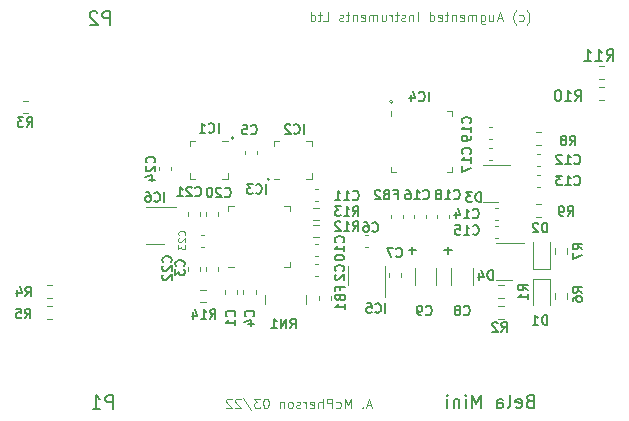
<source format=gbr>
%TF.GenerationSoftware,KiCad,Pcbnew,(6.0.0-rc1-458-g78ff9a857a)*%
%TF.CreationDate,2022-03-27T00:09:45+00:00*%
%TF.ProjectId,belamini_cape_C1,62656c61-6d69-46e6-995f-636170655f43,rev?*%
%TF.SameCoordinates,Original*%
%TF.FileFunction,Legend,Bot*%
%TF.FilePolarity,Positive*%
%FSLAX46Y46*%
G04 Gerber Fmt 4.6, Leading zero omitted, Abs format (unit mm)*
G04 Created by KiCad (PCBNEW (6.0.0-rc1-458-g78ff9a857a)) date 2022-03-27 00:09:45*
%MOMM*%
%LPD*%
G01*
G04 APERTURE LIST*
%ADD10C,0.120000*%
%ADD11C,0.152400*%
%ADD12C,0.150000*%
%ADD13C,0.200000*%
%ADD14C,0.100000*%
G04 APERTURE END LIST*
D10*
X141661803Y-98950000D02*
G75*
G03*
X141661803Y-98950000I-111803J0D01*
G01*
X144700000Y-102450000D02*
G75*
G03*
X144700000Y-102450000I-100000J0D01*
G01*
X155141421Y-95900000D02*
G75*
G03*
X155141421Y-95900000I-141421J0D01*
G01*
X166478000Y-89369300D02*
X166516100Y-89331200D01*
X166592300Y-89216900D01*
X166630400Y-89140700D01*
X166668500Y-89026400D01*
X166706600Y-88835900D01*
X166706600Y-88683500D01*
X166668500Y-88493000D01*
X166630400Y-88378700D01*
X166592300Y-88302500D01*
X166516100Y-88188200D01*
X166478000Y-88150100D01*
X165830300Y-89026400D02*
X165906500Y-89064500D01*
X166058900Y-89064500D01*
X166135100Y-89026400D01*
X166173200Y-88988300D01*
X166211300Y-88912100D01*
X166211300Y-88683500D01*
X166173200Y-88607300D01*
X166135100Y-88569200D01*
X166058900Y-88531100D01*
X165906500Y-88531100D01*
X165830300Y-88569200D01*
X165563600Y-89369300D02*
X165525500Y-89331200D01*
X165449300Y-89216900D01*
X165411200Y-89140700D01*
X165373100Y-89026400D01*
X165335000Y-88835900D01*
X165335000Y-88683500D01*
X165373100Y-88493000D01*
X165411200Y-88378700D01*
X165449300Y-88302500D01*
X165525500Y-88188200D01*
X165563600Y-88150100D01*
X164382500Y-88835900D02*
X164001500Y-88835900D01*
X164458700Y-89064500D02*
X164192000Y-88264400D01*
X163925300Y-89064500D01*
X163315700Y-88531100D02*
X163315700Y-89064500D01*
X163658600Y-88531100D02*
X163658600Y-88950200D01*
X163620500Y-89026400D01*
X163544300Y-89064500D01*
X163430000Y-89064500D01*
X163353800Y-89026400D01*
X163315700Y-88988300D01*
X162591800Y-88531100D02*
X162591800Y-89178800D01*
X162629900Y-89255000D01*
X162668000Y-89293100D01*
X162744200Y-89331200D01*
X162858500Y-89331200D01*
X162934700Y-89293100D01*
X162591800Y-89026400D02*
X162668000Y-89064500D01*
X162820400Y-89064500D01*
X162896600Y-89026400D01*
X162934700Y-88988300D01*
X162972800Y-88912100D01*
X162972800Y-88683500D01*
X162934700Y-88607300D01*
X162896600Y-88569200D01*
X162820400Y-88531100D01*
X162668000Y-88531100D01*
X162591800Y-88569200D01*
X162210800Y-89064500D02*
X162210800Y-88531100D01*
X162210800Y-88607300D02*
X162172700Y-88569200D01*
X162096500Y-88531100D01*
X161982200Y-88531100D01*
X161906000Y-88569200D01*
X161867900Y-88645400D01*
X161867900Y-89064500D01*
X161867900Y-88645400D02*
X161829800Y-88569200D01*
X161753600Y-88531100D01*
X161639300Y-88531100D01*
X161563100Y-88569200D01*
X161525000Y-88645400D01*
X161525000Y-89064500D01*
X160839200Y-89026400D02*
X160915400Y-89064500D01*
X161067800Y-89064500D01*
X161144000Y-89026400D01*
X161182100Y-88950200D01*
X161182100Y-88645400D01*
X161144000Y-88569200D01*
X161067800Y-88531100D01*
X160915400Y-88531100D01*
X160839200Y-88569200D01*
X160801100Y-88645400D01*
X160801100Y-88721600D01*
X161182100Y-88797800D01*
X160458200Y-88531100D02*
X160458200Y-89064500D01*
X160458200Y-88607300D02*
X160420100Y-88569200D01*
X160343900Y-88531100D01*
X160229600Y-88531100D01*
X160153400Y-88569200D01*
X160115300Y-88645400D01*
X160115300Y-89064500D01*
X159848600Y-88531100D02*
X159543800Y-88531100D01*
X159734300Y-88264400D02*
X159734300Y-88950200D01*
X159696200Y-89026400D01*
X159620000Y-89064500D01*
X159543800Y-89064500D01*
X158972300Y-89026400D02*
X159048500Y-89064500D01*
X159200900Y-89064500D01*
X159277100Y-89026400D01*
X159315200Y-88950200D01*
X159315200Y-88645400D01*
X159277100Y-88569200D01*
X159200900Y-88531100D01*
X159048500Y-88531100D01*
X158972300Y-88569200D01*
X158934200Y-88645400D01*
X158934200Y-88721600D01*
X159315200Y-88797800D01*
X158248400Y-89064500D02*
X158248400Y-88264400D01*
X158248400Y-89026400D02*
X158324600Y-89064500D01*
X158477000Y-89064500D01*
X158553200Y-89026400D01*
X158591300Y-88988300D01*
X158629400Y-88912100D01*
X158629400Y-88683500D01*
X158591300Y-88607300D01*
X158553200Y-88569200D01*
X158477000Y-88531100D01*
X158324600Y-88531100D01*
X158248400Y-88569200D01*
X157257800Y-89064500D02*
X157257800Y-88264400D01*
X156876800Y-88531100D02*
X156876800Y-89064500D01*
X156876800Y-88607300D02*
X156838700Y-88569200D01*
X156762500Y-88531100D01*
X156648200Y-88531100D01*
X156572000Y-88569200D01*
X156533900Y-88645400D01*
X156533900Y-89064500D01*
X156191000Y-89026400D02*
X156114800Y-89064500D01*
X155962400Y-89064500D01*
X155886200Y-89026400D01*
X155848100Y-88950200D01*
X155848100Y-88912100D01*
X155886200Y-88835900D01*
X155962400Y-88797800D01*
X156076700Y-88797800D01*
X156152900Y-88759700D01*
X156191000Y-88683500D01*
X156191000Y-88645400D01*
X156152900Y-88569200D01*
X156076700Y-88531100D01*
X155962400Y-88531100D01*
X155886200Y-88569200D01*
X155619500Y-88531100D02*
X155314700Y-88531100D01*
X155505200Y-88264400D02*
X155505200Y-88950200D01*
X155467100Y-89026400D01*
X155390900Y-89064500D01*
X155314700Y-89064500D01*
X155048000Y-89064500D02*
X155048000Y-88531100D01*
X155048000Y-88683500D02*
X155009900Y-88607300D01*
X154971800Y-88569200D01*
X154895600Y-88531100D01*
X154819400Y-88531100D01*
X154209800Y-88531100D02*
X154209800Y-89064500D01*
X154552700Y-88531100D02*
X154552700Y-88950200D01*
X154514600Y-89026400D01*
X154438400Y-89064500D01*
X154324100Y-89064500D01*
X154247900Y-89026400D01*
X154209800Y-88988300D01*
X153828800Y-89064500D02*
X153828800Y-88531100D01*
X153828800Y-88607300D02*
X153790700Y-88569200D01*
X153714500Y-88531100D01*
X153600200Y-88531100D01*
X153524000Y-88569200D01*
X153485900Y-88645400D01*
X153485900Y-89064500D01*
X153485900Y-88645400D02*
X153447800Y-88569200D01*
X153371600Y-88531100D01*
X153257300Y-88531100D01*
X153181100Y-88569200D01*
X153143000Y-88645400D01*
X153143000Y-89064500D01*
X152457200Y-89026400D02*
X152533400Y-89064500D01*
X152685800Y-89064500D01*
X152762000Y-89026400D01*
X152800100Y-88950200D01*
X152800100Y-88645400D01*
X152762000Y-88569200D01*
X152685800Y-88531100D01*
X152533400Y-88531100D01*
X152457200Y-88569200D01*
X152419100Y-88645400D01*
X152419100Y-88721600D01*
X152800100Y-88797800D01*
X152076200Y-88531100D02*
X152076200Y-89064500D01*
X152076200Y-88607300D02*
X152038100Y-88569200D01*
X151961900Y-88531100D01*
X151847600Y-88531100D01*
X151771400Y-88569200D01*
X151733300Y-88645400D01*
X151733300Y-89064500D01*
X151466600Y-88531100D02*
X151161800Y-88531100D01*
X151352300Y-88264400D02*
X151352300Y-88950200D01*
X151314200Y-89026400D01*
X151238000Y-89064500D01*
X151161800Y-89064500D01*
X150933200Y-89026400D02*
X150857000Y-89064500D01*
X150704600Y-89064500D01*
X150628400Y-89026400D01*
X150590300Y-88950200D01*
X150590300Y-88912100D01*
X150628400Y-88835900D01*
X150704600Y-88797800D01*
X150818900Y-88797800D01*
X150895100Y-88759700D01*
X150933200Y-88683500D01*
X150933200Y-88645400D01*
X150895100Y-88569200D01*
X150818900Y-88531100D01*
X150704600Y-88531100D01*
X150628400Y-88569200D01*
X149256800Y-89064500D02*
X149637800Y-89064500D01*
X149637800Y-88264400D01*
X149104400Y-88531100D02*
X148799600Y-88531100D01*
X148990100Y-88264400D02*
X148990100Y-88950200D01*
X148952000Y-89026400D01*
X148875800Y-89064500D01*
X148799600Y-89064500D01*
X148190000Y-89064500D02*
X148190000Y-88264400D01*
X148190000Y-89026400D02*
X148266200Y-89064500D01*
X148418600Y-89064500D01*
X148494800Y-89026400D01*
X148532900Y-88988300D01*
X148571000Y-88912100D01*
X148571000Y-88683500D01*
X148532900Y-88607300D01*
X148494800Y-88569200D01*
X148418600Y-88531100D01*
X148266200Y-88531100D01*
X148190000Y-88569200D01*
D11*
X131430944Y-121878880D02*
X131430944Y-120761280D01*
X131005192Y-120761280D01*
X130898754Y-120814500D01*
X130845535Y-120867719D01*
X130792316Y-120974157D01*
X130792316Y-121133814D01*
X130845535Y-121240252D01*
X130898754Y-121293471D01*
X131005192Y-121346690D01*
X131430944Y-121346690D01*
X129727935Y-121878880D02*
X130366563Y-121878880D01*
X130047249Y-121878880D02*
X130047249Y-120761280D01*
X130153687Y-120920938D01*
X130260125Y-121027376D01*
X130366563Y-121080595D01*
D10*
X153300159Y-121594044D02*
X152919159Y-121594044D01*
X153376359Y-121822644D02*
X153109659Y-121022544D01*
X152842959Y-121822644D01*
X152576259Y-121746444D02*
X152538159Y-121784544D01*
X152576259Y-121822644D01*
X152614359Y-121784544D01*
X152576259Y-121746444D01*
X152576259Y-121822644D01*
X151585659Y-121822644D02*
X151585659Y-121022544D01*
X151318959Y-121594044D01*
X151052259Y-121022544D01*
X151052259Y-121822644D01*
X150328359Y-121784544D02*
X150404559Y-121822644D01*
X150556959Y-121822644D01*
X150633159Y-121784544D01*
X150671259Y-121746444D01*
X150709359Y-121670244D01*
X150709359Y-121441644D01*
X150671259Y-121365444D01*
X150633159Y-121327344D01*
X150556959Y-121289244D01*
X150404559Y-121289244D01*
X150328359Y-121327344D01*
X149985459Y-121822644D02*
X149985459Y-121022544D01*
X149680659Y-121022544D01*
X149604459Y-121060644D01*
X149566359Y-121098744D01*
X149528259Y-121174944D01*
X149528259Y-121289244D01*
X149566359Y-121365444D01*
X149604459Y-121403544D01*
X149680659Y-121441644D01*
X149985459Y-121441644D01*
X149185359Y-121822644D02*
X149185359Y-121022544D01*
X148842459Y-121822644D02*
X148842459Y-121403544D01*
X148880559Y-121327344D01*
X148956759Y-121289244D01*
X149071059Y-121289244D01*
X149147259Y-121327344D01*
X149185359Y-121365444D01*
X148156659Y-121784544D02*
X148232859Y-121822644D01*
X148385259Y-121822644D01*
X148461459Y-121784544D01*
X148499559Y-121708344D01*
X148499559Y-121403544D01*
X148461459Y-121327344D01*
X148385259Y-121289244D01*
X148232859Y-121289244D01*
X148156659Y-121327344D01*
X148118559Y-121403544D01*
X148118559Y-121479744D01*
X148499559Y-121555944D01*
X147775659Y-121822644D02*
X147775659Y-121289244D01*
X147775659Y-121441644D02*
X147737559Y-121365444D01*
X147699459Y-121327344D01*
X147623259Y-121289244D01*
X147547059Y-121289244D01*
X147318459Y-121784544D02*
X147242259Y-121822644D01*
X147089859Y-121822644D01*
X147013659Y-121784544D01*
X146975559Y-121708344D01*
X146975559Y-121670244D01*
X147013659Y-121594044D01*
X147089859Y-121555944D01*
X147204159Y-121555944D01*
X147280359Y-121517844D01*
X147318459Y-121441644D01*
X147318459Y-121403544D01*
X147280359Y-121327344D01*
X147204159Y-121289244D01*
X147089859Y-121289244D01*
X147013659Y-121327344D01*
X146518359Y-121822644D02*
X146594559Y-121784544D01*
X146632659Y-121746444D01*
X146670759Y-121670244D01*
X146670759Y-121441644D01*
X146632659Y-121365444D01*
X146594559Y-121327344D01*
X146518359Y-121289244D01*
X146404059Y-121289244D01*
X146327859Y-121327344D01*
X146289759Y-121365444D01*
X146251659Y-121441644D01*
X146251659Y-121670244D01*
X146289759Y-121746444D01*
X146327859Y-121784544D01*
X146404059Y-121822644D01*
X146518359Y-121822644D01*
X145908759Y-121289244D02*
X145908759Y-121822644D01*
X145908759Y-121365444D02*
X145870659Y-121327344D01*
X145794459Y-121289244D01*
X145680159Y-121289244D01*
X145603959Y-121327344D01*
X145565859Y-121403544D01*
X145565859Y-121822644D01*
X144422859Y-121022544D02*
X144346659Y-121022544D01*
X144270459Y-121060644D01*
X144232359Y-121098744D01*
X144194259Y-121174944D01*
X144156159Y-121327344D01*
X144156159Y-121517844D01*
X144194259Y-121670244D01*
X144232359Y-121746444D01*
X144270459Y-121784544D01*
X144346659Y-121822644D01*
X144422859Y-121822644D01*
X144499059Y-121784544D01*
X144537159Y-121746444D01*
X144575259Y-121670244D01*
X144613359Y-121517844D01*
X144613359Y-121327344D01*
X144575259Y-121174944D01*
X144537159Y-121098744D01*
X144499059Y-121060644D01*
X144422859Y-121022544D01*
X143889459Y-121022544D02*
X143394159Y-121022544D01*
X143660859Y-121327344D01*
X143546559Y-121327344D01*
X143470359Y-121365444D01*
X143432259Y-121403544D01*
X143394159Y-121479744D01*
X143394159Y-121670244D01*
X143432259Y-121746444D01*
X143470359Y-121784544D01*
X143546559Y-121822644D01*
X143775159Y-121822644D01*
X143851359Y-121784544D01*
X143889459Y-121746444D01*
X142479759Y-120984444D02*
X143165559Y-122013144D01*
X142251159Y-121098744D02*
X142213059Y-121060644D01*
X142136859Y-121022544D01*
X141946359Y-121022544D01*
X141870159Y-121060644D01*
X141832059Y-121098744D01*
X141793959Y-121174944D01*
X141793959Y-121251144D01*
X141832059Y-121365444D01*
X142289259Y-121822644D01*
X141793959Y-121822644D01*
X141489159Y-121098744D02*
X141451059Y-121060644D01*
X141374859Y-121022544D01*
X141184359Y-121022544D01*
X141108159Y-121060644D01*
X141070059Y-121098744D01*
X141031959Y-121174944D01*
X141031959Y-121251144D01*
X141070059Y-121365444D01*
X141527259Y-121822644D01*
X141031959Y-121822644D01*
D12*
X156495238Y-108457142D02*
X157104761Y-108457142D01*
X156800000Y-108761904D02*
X156800000Y-108152380D01*
D11*
X131176944Y-89366880D02*
X131176944Y-88249280D01*
X130751192Y-88249280D01*
X130644754Y-88302500D01*
X130591535Y-88355719D01*
X130538316Y-88462157D01*
X130538316Y-88621814D01*
X130591535Y-88728252D01*
X130644754Y-88781471D01*
X130751192Y-88834690D01*
X131176944Y-88834690D01*
X130112563Y-88355719D02*
X130059344Y-88302500D01*
X129952906Y-88249280D01*
X129686811Y-88249280D01*
X129580373Y-88302500D01*
X129527154Y-88355719D01*
X129473935Y-88462157D01*
X129473935Y-88568595D01*
X129527154Y-88728252D01*
X130165782Y-89366880D01*
X129473935Y-89366880D01*
D12*
X159495238Y-108457142D02*
X160104761Y-108457142D01*
X159800000Y-108761904D02*
X159800000Y-108152380D01*
D13*
X166731930Y-121222115D02*
X166572273Y-121275334D01*
X166519054Y-121328553D01*
X166465835Y-121434991D01*
X166465835Y-121594648D01*
X166519054Y-121701086D01*
X166572273Y-121754305D01*
X166678711Y-121807524D01*
X167104463Y-121807524D01*
X167104463Y-120689924D01*
X166731930Y-120689924D01*
X166625492Y-120743144D01*
X166572273Y-120796363D01*
X166519054Y-120902801D01*
X166519054Y-121009239D01*
X166572273Y-121115677D01*
X166625492Y-121168896D01*
X166731930Y-121222115D01*
X167104463Y-121222115D01*
X165561111Y-121754305D02*
X165667549Y-121807524D01*
X165880425Y-121807524D01*
X165986863Y-121754305D01*
X166040082Y-121647867D01*
X166040082Y-121222115D01*
X165986863Y-121115677D01*
X165880425Y-121062458D01*
X165667549Y-121062458D01*
X165561111Y-121115677D01*
X165507892Y-121222115D01*
X165507892Y-121328553D01*
X166040082Y-121434991D01*
X164869263Y-121807524D02*
X164975701Y-121754305D01*
X165028920Y-121647867D01*
X165028920Y-120689924D01*
X163964539Y-121807524D02*
X163964539Y-121222115D01*
X164017759Y-121115677D01*
X164124197Y-121062458D01*
X164337073Y-121062458D01*
X164443511Y-121115677D01*
X163964539Y-121754305D02*
X164070978Y-121807524D01*
X164337073Y-121807524D01*
X164443511Y-121754305D01*
X164496730Y-121647867D01*
X164496730Y-121541429D01*
X164443511Y-121434991D01*
X164337073Y-121381772D01*
X164070978Y-121381772D01*
X163964539Y-121328553D01*
X162580844Y-121807524D02*
X162580844Y-120689924D01*
X162208311Y-121488210D01*
X161835778Y-120689924D01*
X161835778Y-121807524D01*
X161303587Y-121807524D02*
X161303587Y-121062458D01*
X161303587Y-120689924D02*
X161356806Y-120743144D01*
X161303587Y-120796363D01*
X161250368Y-120743144D01*
X161303587Y-120689924D01*
X161303587Y-120796363D01*
X160771397Y-121062458D02*
X160771397Y-121807524D01*
X160771397Y-121168896D02*
X160718178Y-121115677D01*
X160611739Y-121062458D01*
X160452082Y-121062458D01*
X160345644Y-121115677D01*
X160292425Y-121222115D01*
X160292425Y-121807524D01*
X159760235Y-121807524D02*
X159760235Y-121062458D01*
X159760235Y-120689924D02*
X159813454Y-120743144D01*
X159760235Y-120796363D01*
X159707016Y-120743144D01*
X159760235Y-120689924D01*
X159760235Y-120796363D01*
D12*
%TO.C,R9*%
X169933333Y-105561904D02*
X170200000Y-105180952D01*
X170390476Y-105561904D02*
X170390476Y-104761904D01*
X170085714Y-104761904D01*
X170009523Y-104800000D01*
X169971428Y-104838095D01*
X169933333Y-104914285D01*
X169933333Y-105028571D01*
X169971428Y-105104761D01*
X170009523Y-105142857D01*
X170085714Y-105180952D01*
X170390476Y-105180952D01*
X169552380Y-105561904D02*
X169400000Y-105561904D01*
X169323809Y-105523809D01*
X169285714Y-105485714D01*
X169209523Y-105371428D01*
X169171428Y-105219047D01*
X169171428Y-104914285D01*
X169209523Y-104838095D01*
X169247619Y-104800000D01*
X169323809Y-104761904D01*
X169476190Y-104761904D01*
X169552380Y-104800000D01*
X169590476Y-104838095D01*
X169628571Y-104914285D01*
X169628571Y-105104761D01*
X169590476Y-105180952D01*
X169552380Y-105219047D01*
X169476190Y-105257142D01*
X169323809Y-105257142D01*
X169247619Y-105219047D01*
X169209523Y-105180952D01*
X169171428Y-105104761D01*
%TO.C,D4*%
X163590476Y-110961904D02*
X163590476Y-110161904D01*
X163400000Y-110161904D01*
X163285714Y-110200000D01*
X163209523Y-110276190D01*
X163171428Y-110352380D01*
X163133333Y-110504761D01*
X163133333Y-110619047D01*
X163171428Y-110771428D01*
X163209523Y-110847619D01*
X163285714Y-110923809D01*
X163400000Y-110961904D01*
X163590476Y-110961904D01*
X162447619Y-110428571D02*
X162447619Y-110961904D01*
X162638095Y-110123809D02*
X162828571Y-110695238D01*
X162333333Y-110695238D01*
%TO.C,IC3*%
X144380952Y-103661904D02*
X144380952Y-102861904D01*
X143542857Y-103585714D02*
X143580952Y-103623809D01*
X143695238Y-103661904D01*
X143771428Y-103661904D01*
X143885714Y-103623809D01*
X143961904Y-103547619D01*
X144000000Y-103471428D01*
X144038095Y-103319047D01*
X144038095Y-103204761D01*
X144000000Y-103052380D01*
X143961904Y-102976190D01*
X143885714Y-102900000D01*
X143771428Y-102861904D01*
X143695238Y-102861904D01*
X143580952Y-102900000D01*
X143542857Y-102938095D01*
X143276190Y-102861904D02*
X142780952Y-102861904D01*
X143047619Y-103166666D01*
X142933333Y-103166666D01*
X142857142Y-103204761D01*
X142819047Y-103242857D01*
X142780952Y-103319047D01*
X142780952Y-103509523D01*
X142819047Y-103585714D01*
X142857142Y-103623809D01*
X142933333Y-103661904D01*
X143161904Y-103661904D01*
X143238095Y-103623809D01*
X143276190Y-103585714D01*
%TO.C,C19*%
X161685714Y-97685714D02*
X161723809Y-97647619D01*
X161761904Y-97533333D01*
X161761904Y-97457142D01*
X161723809Y-97342857D01*
X161647619Y-97266666D01*
X161571428Y-97228571D01*
X161419047Y-97190476D01*
X161304761Y-97190476D01*
X161152380Y-97228571D01*
X161076190Y-97266666D01*
X161000000Y-97342857D01*
X160961904Y-97457142D01*
X160961904Y-97533333D01*
X161000000Y-97647619D01*
X161038095Y-97685714D01*
X161761904Y-98447619D02*
X161761904Y-97990476D01*
X161761904Y-98219047D02*
X160961904Y-98219047D01*
X161076190Y-98142857D01*
X161152380Y-98066666D01*
X161190476Y-97990476D01*
X161761904Y-98828571D02*
X161761904Y-98980952D01*
X161723809Y-99057142D01*
X161685714Y-99095238D01*
X161571428Y-99171428D01*
X161419047Y-99209523D01*
X161114285Y-99209523D01*
X161038095Y-99171428D01*
X161000000Y-99133333D01*
X160961904Y-99057142D01*
X160961904Y-98904761D01*
X161000000Y-98828571D01*
X161038095Y-98790476D01*
X161114285Y-98752380D01*
X161304761Y-98752380D01*
X161380952Y-98790476D01*
X161419047Y-98828571D01*
X161457142Y-98904761D01*
X161457142Y-99057142D01*
X161419047Y-99133333D01*
X161380952Y-99171428D01*
X161304761Y-99209523D01*
%TO.C,C14*%
X161914285Y-105685714D02*
X161952380Y-105723809D01*
X162066666Y-105761904D01*
X162142857Y-105761904D01*
X162257142Y-105723809D01*
X162333333Y-105647619D01*
X162371428Y-105571428D01*
X162409523Y-105419047D01*
X162409523Y-105304761D01*
X162371428Y-105152380D01*
X162333333Y-105076190D01*
X162257142Y-105000000D01*
X162142857Y-104961904D01*
X162066666Y-104961904D01*
X161952380Y-105000000D01*
X161914285Y-105038095D01*
X161152380Y-105761904D02*
X161609523Y-105761904D01*
X161380952Y-105761904D02*
X161380952Y-104961904D01*
X161457142Y-105076190D01*
X161533333Y-105152380D01*
X161609523Y-105190476D01*
X160466666Y-105228571D02*
X160466666Y-105761904D01*
X160657142Y-104923809D02*
X160847619Y-105495238D01*
X160352380Y-105495238D01*
%TO.C,C22*%
X136335714Y-109485714D02*
X136373809Y-109447619D01*
X136411904Y-109333333D01*
X136411904Y-109257142D01*
X136373809Y-109142857D01*
X136297619Y-109066666D01*
X136221428Y-109028571D01*
X136069047Y-108990476D01*
X135954761Y-108990476D01*
X135802380Y-109028571D01*
X135726190Y-109066666D01*
X135650000Y-109142857D01*
X135611904Y-109257142D01*
X135611904Y-109333333D01*
X135650000Y-109447619D01*
X135688095Y-109485714D01*
X135688095Y-109790476D02*
X135650000Y-109828571D01*
X135611904Y-109904761D01*
X135611904Y-110095238D01*
X135650000Y-110171428D01*
X135688095Y-110209523D01*
X135764285Y-110247619D01*
X135840476Y-110247619D01*
X135954761Y-110209523D01*
X136411904Y-109752380D01*
X136411904Y-110247619D01*
X135688095Y-110552380D02*
X135650000Y-110590476D01*
X135611904Y-110666666D01*
X135611904Y-110857142D01*
X135650000Y-110933333D01*
X135688095Y-110971428D01*
X135764285Y-111009523D01*
X135840476Y-111009523D01*
X135954761Y-110971428D01*
X136411904Y-110514285D01*
X136411904Y-111009523D01*
%TO.C,C10*%
X150935714Y-107785714D02*
X150973809Y-107747619D01*
X151011904Y-107633333D01*
X151011904Y-107557142D01*
X150973809Y-107442857D01*
X150897619Y-107366666D01*
X150821428Y-107328571D01*
X150669047Y-107290476D01*
X150554761Y-107290476D01*
X150402380Y-107328571D01*
X150326190Y-107366666D01*
X150250000Y-107442857D01*
X150211904Y-107557142D01*
X150211904Y-107633333D01*
X150250000Y-107747619D01*
X150288095Y-107785714D01*
X151011904Y-108547619D02*
X151011904Y-108090476D01*
X151011904Y-108319047D02*
X150211904Y-108319047D01*
X150326190Y-108242857D01*
X150402380Y-108166666D01*
X150440476Y-108090476D01*
X150211904Y-109042857D02*
X150211904Y-109119047D01*
X150250000Y-109195238D01*
X150288095Y-109233333D01*
X150364285Y-109271428D01*
X150516666Y-109309523D01*
X150707142Y-109309523D01*
X150859523Y-109271428D01*
X150935714Y-109233333D01*
X150973809Y-109195238D01*
X151011904Y-109119047D01*
X151011904Y-109042857D01*
X150973809Y-108966666D01*
X150935714Y-108928571D01*
X150859523Y-108890476D01*
X150707142Y-108852380D01*
X150516666Y-108852380D01*
X150364285Y-108890476D01*
X150288095Y-108928571D01*
X150250000Y-108966666D01*
X150211904Y-109042857D01*
%TO.C,R5*%
X123983333Y-114211904D02*
X124250000Y-113830952D01*
X124440476Y-114211904D02*
X124440476Y-113411904D01*
X124135714Y-113411904D01*
X124059523Y-113450000D01*
X124021428Y-113488095D01*
X123983333Y-113564285D01*
X123983333Y-113678571D01*
X124021428Y-113754761D01*
X124059523Y-113792857D01*
X124135714Y-113830952D01*
X124440476Y-113830952D01*
X123259523Y-113411904D02*
X123640476Y-113411904D01*
X123678571Y-113792857D01*
X123640476Y-113754761D01*
X123564285Y-113716666D01*
X123373809Y-113716666D01*
X123297619Y-113754761D01*
X123259523Y-113792857D01*
X123221428Y-113869047D01*
X123221428Y-114059523D01*
X123259523Y-114135714D01*
X123297619Y-114173809D01*
X123373809Y-114211904D01*
X123564285Y-114211904D01*
X123640476Y-114173809D01*
X123678571Y-114135714D01*
D14*
%TO.C,C23*%
X137514285Y-107214285D02*
X137542857Y-107185714D01*
X137571428Y-107100000D01*
X137571428Y-107042857D01*
X137542857Y-106957142D01*
X137485714Y-106900000D01*
X137428571Y-106871428D01*
X137314285Y-106842857D01*
X137228571Y-106842857D01*
X137114285Y-106871428D01*
X137057142Y-106900000D01*
X137000000Y-106957142D01*
X136971428Y-107042857D01*
X136971428Y-107100000D01*
X137000000Y-107185714D01*
X137028571Y-107214285D01*
X137028571Y-107442857D02*
X137000000Y-107471428D01*
X136971428Y-107528571D01*
X136971428Y-107671428D01*
X137000000Y-107728571D01*
X137028571Y-107757142D01*
X137085714Y-107785714D01*
X137142857Y-107785714D01*
X137228571Y-107757142D01*
X137571428Y-107414285D01*
X137571428Y-107785714D01*
X136971428Y-107985714D02*
X136971428Y-108357142D01*
X137200000Y-108157142D01*
X137200000Y-108242857D01*
X137228571Y-108300000D01*
X137257142Y-108328571D01*
X137314285Y-108357142D01*
X137457142Y-108357142D01*
X137514285Y-108328571D01*
X137542857Y-108300000D01*
X137571428Y-108242857D01*
X137571428Y-108071428D01*
X137542857Y-108014285D01*
X137514285Y-107985714D01*
D12*
%TO.C,RN1*%
X146452380Y-115061904D02*
X146719047Y-114680952D01*
X146909523Y-115061904D02*
X146909523Y-114261904D01*
X146604761Y-114261904D01*
X146528571Y-114300000D01*
X146490476Y-114338095D01*
X146452380Y-114414285D01*
X146452380Y-114528571D01*
X146490476Y-114604761D01*
X146528571Y-114642857D01*
X146604761Y-114680952D01*
X146909523Y-114680952D01*
X146109523Y-115061904D02*
X146109523Y-114261904D01*
X145652380Y-115061904D01*
X145652380Y-114261904D01*
X144852380Y-115061904D02*
X145309523Y-115061904D01*
X145080952Y-115061904D02*
X145080952Y-114261904D01*
X145157142Y-114376190D01*
X145233333Y-114452380D01*
X145309523Y-114490476D01*
%TO.C,C15*%
X161914285Y-107085714D02*
X161952380Y-107123809D01*
X162066666Y-107161904D01*
X162142857Y-107161904D01*
X162257142Y-107123809D01*
X162333333Y-107047619D01*
X162371428Y-106971428D01*
X162409523Y-106819047D01*
X162409523Y-106704761D01*
X162371428Y-106552380D01*
X162333333Y-106476190D01*
X162257142Y-106400000D01*
X162142857Y-106361904D01*
X162066666Y-106361904D01*
X161952380Y-106400000D01*
X161914285Y-106438095D01*
X161152380Y-107161904D02*
X161609523Y-107161904D01*
X161380952Y-107161904D02*
X161380952Y-106361904D01*
X161457142Y-106476190D01*
X161533333Y-106552380D01*
X161609523Y-106590476D01*
X160428571Y-106361904D02*
X160809523Y-106361904D01*
X160847619Y-106742857D01*
X160809523Y-106704761D01*
X160733333Y-106666666D01*
X160542857Y-106666666D01*
X160466666Y-106704761D01*
X160428571Y-106742857D01*
X160390476Y-106819047D01*
X160390476Y-107009523D01*
X160428571Y-107085714D01*
X160466666Y-107123809D01*
X160542857Y-107161904D01*
X160733333Y-107161904D01*
X160809523Y-107123809D01*
X160847619Y-107085714D01*
%TO.C,IC5*%
X154480952Y-113761904D02*
X154480952Y-112961904D01*
X153642857Y-113685714D02*
X153680952Y-113723809D01*
X153795238Y-113761904D01*
X153871428Y-113761904D01*
X153985714Y-113723809D01*
X154061904Y-113647619D01*
X154100000Y-113571428D01*
X154138095Y-113419047D01*
X154138095Y-113304761D01*
X154100000Y-113152380D01*
X154061904Y-113076190D01*
X153985714Y-113000000D01*
X153871428Y-112961904D01*
X153795238Y-112961904D01*
X153680952Y-113000000D01*
X153642857Y-113038095D01*
X152919047Y-112961904D02*
X153300000Y-112961904D01*
X153338095Y-113342857D01*
X153300000Y-113304761D01*
X153223809Y-113266666D01*
X153033333Y-113266666D01*
X152957142Y-113304761D01*
X152919047Y-113342857D01*
X152880952Y-113419047D01*
X152880952Y-113609523D01*
X152919047Y-113685714D01*
X152957142Y-113723809D01*
X153033333Y-113761904D01*
X153223809Y-113761904D01*
X153300000Y-113723809D01*
X153338095Y-113685714D01*
%TO.C,R1*%
X166561904Y-111866666D02*
X166180952Y-111600000D01*
X166561904Y-111409523D02*
X165761904Y-111409523D01*
X165761904Y-111714285D01*
X165800000Y-111790476D01*
X165838095Y-111828571D01*
X165914285Y-111866666D01*
X166028571Y-111866666D01*
X166104761Y-111828571D01*
X166142857Y-111790476D01*
X166180952Y-111714285D01*
X166180952Y-111409523D01*
X166561904Y-112628571D02*
X166561904Y-112171428D01*
X166561904Y-112400000D02*
X165761904Y-112400000D01*
X165876190Y-112323809D01*
X165952380Y-112247619D01*
X165990476Y-112171428D01*
%TO.C,C4*%
X143335714Y-114066666D02*
X143373809Y-114028571D01*
X143411904Y-113914285D01*
X143411904Y-113838095D01*
X143373809Y-113723809D01*
X143297619Y-113647619D01*
X143221428Y-113609523D01*
X143069047Y-113571428D01*
X142954761Y-113571428D01*
X142802380Y-113609523D01*
X142726190Y-113647619D01*
X142650000Y-113723809D01*
X142611904Y-113838095D01*
X142611904Y-113914285D01*
X142650000Y-114028571D01*
X142688095Y-114066666D01*
X142878571Y-114752380D02*
X143411904Y-114752380D01*
X142573809Y-114561904D02*
X143145238Y-114371428D01*
X143145238Y-114866666D01*
%TO.C,IC6*%
X135780952Y-104361904D02*
X135780952Y-103561904D01*
X134942857Y-104285714D02*
X134980952Y-104323809D01*
X135095238Y-104361904D01*
X135171428Y-104361904D01*
X135285714Y-104323809D01*
X135361904Y-104247619D01*
X135400000Y-104171428D01*
X135438095Y-104019047D01*
X135438095Y-103904761D01*
X135400000Y-103752380D01*
X135361904Y-103676190D01*
X135285714Y-103600000D01*
X135171428Y-103561904D01*
X135095238Y-103561904D01*
X134980952Y-103600000D01*
X134942857Y-103638095D01*
X134257142Y-103561904D02*
X134409523Y-103561904D01*
X134485714Y-103600000D01*
X134523809Y-103638095D01*
X134600000Y-103752380D01*
X134638095Y-103904761D01*
X134638095Y-104209523D01*
X134600000Y-104285714D01*
X134561904Y-104323809D01*
X134485714Y-104361904D01*
X134333333Y-104361904D01*
X134257142Y-104323809D01*
X134219047Y-104285714D01*
X134180952Y-104209523D01*
X134180952Y-104019047D01*
X134219047Y-103942857D01*
X134257142Y-103904761D01*
X134333333Y-103866666D01*
X134485714Y-103866666D01*
X134561904Y-103904761D01*
X134600000Y-103942857D01*
X134638095Y-104019047D01*
%TO.C,FB1*%
X150642857Y-111833333D02*
X150642857Y-111566666D01*
X151061904Y-111566666D02*
X150261904Y-111566666D01*
X150261904Y-111947619D01*
X150642857Y-112519047D02*
X150680952Y-112633333D01*
X150719047Y-112671428D01*
X150795238Y-112709523D01*
X150909523Y-112709523D01*
X150985714Y-112671428D01*
X151023809Y-112633333D01*
X151061904Y-112557142D01*
X151061904Y-112252380D01*
X150261904Y-112252380D01*
X150261904Y-112519047D01*
X150300000Y-112595238D01*
X150338095Y-112633333D01*
X150414285Y-112671428D01*
X150490476Y-112671428D01*
X150566666Y-112633333D01*
X150604761Y-112595238D01*
X150642857Y-112519047D01*
X150642857Y-112252380D01*
X151061904Y-113471428D02*
X151061904Y-113014285D01*
X151061904Y-113242857D02*
X150261904Y-113242857D01*
X150376190Y-113166666D01*
X150452380Y-113090476D01*
X150490476Y-113014285D01*
%TO.C,C13*%
X170514285Y-102885714D02*
X170552380Y-102923809D01*
X170666666Y-102961904D01*
X170742857Y-102961904D01*
X170857142Y-102923809D01*
X170933333Y-102847619D01*
X170971428Y-102771428D01*
X171009523Y-102619047D01*
X171009523Y-102504761D01*
X170971428Y-102352380D01*
X170933333Y-102276190D01*
X170857142Y-102200000D01*
X170742857Y-102161904D01*
X170666666Y-102161904D01*
X170552380Y-102200000D01*
X170514285Y-102238095D01*
X169752380Y-102961904D02*
X170209523Y-102961904D01*
X169980952Y-102961904D02*
X169980952Y-102161904D01*
X170057142Y-102276190D01*
X170133333Y-102352380D01*
X170209523Y-102390476D01*
X169485714Y-102161904D02*
X168990476Y-102161904D01*
X169257142Y-102466666D01*
X169142857Y-102466666D01*
X169066666Y-102504761D01*
X169028571Y-102542857D01*
X168990476Y-102619047D01*
X168990476Y-102809523D01*
X169028571Y-102885714D01*
X169066666Y-102923809D01*
X169142857Y-102961904D01*
X169371428Y-102961904D01*
X169447619Y-102923809D01*
X169485714Y-102885714D01*
%TO.C,R12*%
X151764285Y-106811904D02*
X152030952Y-106430952D01*
X152221428Y-106811904D02*
X152221428Y-106011904D01*
X151916666Y-106011904D01*
X151840476Y-106050000D01*
X151802380Y-106088095D01*
X151764285Y-106164285D01*
X151764285Y-106278571D01*
X151802380Y-106354761D01*
X151840476Y-106392857D01*
X151916666Y-106430952D01*
X152221428Y-106430952D01*
X151002380Y-106811904D02*
X151459523Y-106811904D01*
X151230952Y-106811904D02*
X151230952Y-106011904D01*
X151307142Y-106126190D01*
X151383333Y-106202380D01*
X151459523Y-106240476D01*
X150697619Y-106088095D02*
X150659523Y-106050000D01*
X150583333Y-106011904D01*
X150392857Y-106011904D01*
X150316666Y-106050000D01*
X150278571Y-106088095D01*
X150240476Y-106164285D01*
X150240476Y-106240476D01*
X150278571Y-106354761D01*
X150735714Y-106811904D01*
X150240476Y-106811904D01*
%TO.C,R4*%
X124033333Y-112361904D02*
X124300000Y-111980952D01*
X124490476Y-112361904D02*
X124490476Y-111561904D01*
X124185714Y-111561904D01*
X124109523Y-111600000D01*
X124071428Y-111638095D01*
X124033333Y-111714285D01*
X124033333Y-111828571D01*
X124071428Y-111904761D01*
X124109523Y-111942857D01*
X124185714Y-111980952D01*
X124490476Y-111980952D01*
X123347619Y-111828571D02*
X123347619Y-112361904D01*
X123538095Y-111523809D02*
X123728571Y-112095238D01*
X123233333Y-112095238D01*
%TO.C,R3*%
X124133333Y-98011904D02*
X124400000Y-97630952D01*
X124590476Y-98011904D02*
X124590476Y-97211904D01*
X124285714Y-97211904D01*
X124209523Y-97250000D01*
X124171428Y-97288095D01*
X124133333Y-97364285D01*
X124133333Y-97478571D01*
X124171428Y-97554761D01*
X124209523Y-97592857D01*
X124285714Y-97630952D01*
X124590476Y-97630952D01*
X123866666Y-97211904D02*
X123371428Y-97211904D01*
X123638095Y-97516666D01*
X123523809Y-97516666D01*
X123447619Y-97554761D01*
X123409523Y-97592857D01*
X123371428Y-97669047D01*
X123371428Y-97859523D01*
X123409523Y-97935714D01*
X123447619Y-97973809D01*
X123523809Y-98011904D01*
X123752380Y-98011904D01*
X123828571Y-97973809D01*
X123866666Y-97935714D01*
%TO.C,C16*%
X157714285Y-104085714D02*
X157752380Y-104123809D01*
X157866666Y-104161904D01*
X157942857Y-104161904D01*
X158057142Y-104123809D01*
X158133333Y-104047619D01*
X158171428Y-103971428D01*
X158209523Y-103819047D01*
X158209523Y-103704761D01*
X158171428Y-103552380D01*
X158133333Y-103476190D01*
X158057142Y-103400000D01*
X157942857Y-103361904D01*
X157866666Y-103361904D01*
X157752380Y-103400000D01*
X157714285Y-103438095D01*
X156952380Y-104161904D02*
X157409523Y-104161904D01*
X157180952Y-104161904D02*
X157180952Y-103361904D01*
X157257142Y-103476190D01*
X157333333Y-103552380D01*
X157409523Y-103590476D01*
X156266666Y-103361904D02*
X156419047Y-103361904D01*
X156495238Y-103400000D01*
X156533333Y-103438095D01*
X156609523Y-103552380D01*
X156647619Y-103704761D01*
X156647619Y-104009523D01*
X156609523Y-104085714D01*
X156571428Y-104123809D01*
X156495238Y-104161904D01*
X156342857Y-104161904D01*
X156266666Y-104123809D01*
X156228571Y-104085714D01*
X156190476Y-104009523D01*
X156190476Y-103819047D01*
X156228571Y-103742857D01*
X156266666Y-103704761D01*
X156342857Y-103666666D01*
X156495238Y-103666666D01*
X156571428Y-103704761D01*
X156609523Y-103742857D01*
X156647619Y-103819047D01*
%TO.C,C24*%
X134935714Y-101035714D02*
X134973809Y-100997619D01*
X135011904Y-100883333D01*
X135011904Y-100807142D01*
X134973809Y-100692857D01*
X134897619Y-100616666D01*
X134821428Y-100578571D01*
X134669047Y-100540476D01*
X134554761Y-100540476D01*
X134402380Y-100578571D01*
X134326190Y-100616666D01*
X134250000Y-100692857D01*
X134211904Y-100807142D01*
X134211904Y-100883333D01*
X134250000Y-100997619D01*
X134288095Y-101035714D01*
X134288095Y-101340476D02*
X134250000Y-101378571D01*
X134211904Y-101454761D01*
X134211904Y-101645238D01*
X134250000Y-101721428D01*
X134288095Y-101759523D01*
X134364285Y-101797619D01*
X134440476Y-101797619D01*
X134554761Y-101759523D01*
X135011904Y-101302380D01*
X135011904Y-101797619D01*
X134478571Y-102483333D02*
X135011904Y-102483333D01*
X134173809Y-102292857D02*
X134745238Y-102102380D01*
X134745238Y-102597619D01*
%TO.C,C9*%
X157933333Y-113885714D02*
X157971428Y-113923809D01*
X158085714Y-113961904D01*
X158161904Y-113961904D01*
X158276190Y-113923809D01*
X158352380Y-113847619D01*
X158390476Y-113771428D01*
X158428571Y-113619047D01*
X158428571Y-113504761D01*
X158390476Y-113352380D01*
X158352380Y-113276190D01*
X158276190Y-113200000D01*
X158161904Y-113161904D01*
X158085714Y-113161904D01*
X157971428Y-113200000D01*
X157933333Y-113238095D01*
X157552380Y-113961904D02*
X157400000Y-113961904D01*
X157323809Y-113923809D01*
X157285714Y-113885714D01*
X157209523Y-113771428D01*
X157171428Y-113619047D01*
X157171428Y-113314285D01*
X157209523Y-113238095D01*
X157247619Y-113200000D01*
X157323809Y-113161904D01*
X157476190Y-113161904D01*
X157552380Y-113200000D01*
X157590476Y-113238095D01*
X157628571Y-113314285D01*
X157628571Y-113504761D01*
X157590476Y-113580952D01*
X157552380Y-113619047D01*
X157476190Y-113657142D01*
X157323809Y-113657142D01*
X157247619Y-113619047D01*
X157209523Y-113580952D01*
X157171428Y-113504761D01*
%TO.C,R11*%
X173242857Y-92452380D02*
X173576190Y-91976190D01*
X173814285Y-92452380D02*
X173814285Y-91452380D01*
X173433333Y-91452380D01*
X173338095Y-91500000D01*
X173290476Y-91547619D01*
X173242857Y-91642857D01*
X173242857Y-91785714D01*
X173290476Y-91880952D01*
X173338095Y-91928571D01*
X173433333Y-91976190D01*
X173814285Y-91976190D01*
X172290476Y-92452380D02*
X172861904Y-92452380D01*
X172576190Y-92452380D02*
X172576190Y-91452380D01*
X172671428Y-91595238D01*
X172766666Y-91690476D01*
X172861904Y-91738095D01*
X171338095Y-92452380D02*
X171909523Y-92452380D01*
X171623809Y-92452380D02*
X171623809Y-91452380D01*
X171719047Y-91595238D01*
X171814285Y-91690476D01*
X171909523Y-91738095D01*
%TO.C,C18*%
X160314285Y-104085714D02*
X160352380Y-104123809D01*
X160466666Y-104161904D01*
X160542857Y-104161904D01*
X160657142Y-104123809D01*
X160733333Y-104047619D01*
X160771428Y-103971428D01*
X160809523Y-103819047D01*
X160809523Y-103704761D01*
X160771428Y-103552380D01*
X160733333Y-103476190D01*
X160657142Y-103400000D01*
X160542857Y-103361904D01*
X160466666Y-103361904D01*
X160352380Y-103400000D01*
X160314285Y-103438095D01*
X159552380Y-104161904D02*
X160009523Y-104161904D01*
X159780952Y-104161904D02*
X159780952Y-103361904D01*
X159857142Y-103476190D01*
X159933333Y-103552380D01*
X160009523Y-103590476D01*
X159095238Y-103704761D02*
X159171428Y-103666666D01*
X159209523Y-103628571D01*
X159247619Y-103552380D01*
X159247619Y-103514285D01*
X159209523Y-103438095D01*
X159171428Y-103400000D01*
X159095238Y-103361904D01*
X158942857Y-103361904D01*
X158866666Y-103400000D01*
X158828571Y-103438095D01*
X158790476Y-103514285D01*
X158790476Y-103552380D01*
X158828571Y-103628571D01*
X158866666Y-103666666D01*
X158942857Y-103704761D01*
X159095238Y-103704761D01*
X159171428Y-103742857D01*
X159209523Y-103780952D01*
X159247619Y-103857142D01*
X159247619Y-104009523D01*
X159209523Y-104085714D01*
X159171428Y-104123809D01*
X159095238Y-104161904D01*
X158942857Y-104161904D01*
X158866666Y-104123809D01*
X158828571Y-104085714D01*
X158790476Y-104009523D01*
X158790476Y-103857142D01*
X158828571Y-103780952D01*
X158866666Y-103742857D01*
X158942857Y-103704761D01*
%TO.C,R14*%
X139664285Y-114261904D02*
X139930952Y-113880952D01*
X140121428Y-114261904D02*
X140121428Y-113461904D01*
X139816666Y-113461904D01*
X139740476Y-113500000D01*
X139702380Y-113538095D01*
X139664285Y-113614285D01*
X139664285Y-113728571D01*
X139702380Y-113804761D01*
X139740476Y-113842857D01*
X139816666Y-113880952D01*
X140121428Y-113880952D01*
X138902380Y-114261904D02*
X139359523Y-114261904D01*
X139130952Y-114261904D02*
X139130952Y-113461904D01*
X139207142Y-113576190D01*
X139283333Y-113652380D01*
X139359523Y-113690476D01*
X138216666Y-113728571D02*
X138216666Y-114261904D01*
X138407142Y-113423809D02*
X138597619Y-113995238D01*
X138102380Y-113995238D01*
%TO.C,R6*%
X171161904Y-112066666D02*
X170780952Y-111800000D01*
X171161904Y-111609523D02*
X170361904Y-111609523D01*
X170361904Y-111914285D01*
X170400000Y-111990476D01*
X170438095Y-112028571D01*
X170514285Y-112066666D01*
X170628571Y-112066666D01*
X170704761Y-112028571D01*
X170742857Y-111990476D01*
X170780952Y-111914285D01*
X170780952Y-111609523D01*
X170361904Y-112752380D02*
X170361904Y-112600000D01*
X170400000Y-112523809D01*
X170438095Y-112485714D01*
X170552380Y-112409523D01*
X170704761Y-112371428D01*
X171009523Y-112371428D01*
X171085714Y-112409523D01*
X171123809Y-112447619D01*
X171161904Y-112523809D01*
X171161904Y-112676190D01*
X171123809Y-112752380D01*
X171085714Y-112790476D01*
X171009523Y-112828571D01*
X170819047Y-112828571D01*
X170742857Y-112790476D01*
X170704761Y-112752380D01*
X170666666Y-112676190D01*
X170666666Y-112523809D01*
X170704761Y-112447619D01*
X170742857Y-112409523D01*
X170819047Y-112371428D01*
%TO.C,C1*%
X141735714Y-114066666D02*
X141773809Y-114028571D01*
X141811904Y-113914285D01*
X141811904Y-113838095D01*
X141773809Y-113723809D01*
X141697619Y-113647619D01*
X141621428Y-113609523D01*
X141469047Y-113571428D01*
X141354761Y-113571428D01*
X141202380Y-113609523D01*
X141126190Y-113647619D01*
X141050000Y-113723809D01*
X141011904Y-113838095D01*
X141011904Y-113914285D01*
X141050000Y-114028571D01*
X141088095Y-114066666D01*
X141811904Y-114828571D02*
X141811904Y-114371428D01*
X141811904Y-114600000D02*
X141011904Y-114600000D01*
X141126190Y-114523809D01*
X141202380Y-114447619D01*
X141240476Y-114371428D01*
%TO.C,R13*%
X151764285Y-105561904D02*
X152030952Y-105180952D01*
X152221428Y-105561904D02*
X152221428Y-104761904D01*
X151916666Y-104761904D01*
X151840476Y-104800000D01*
X151802380Y-104838095D01*
X151764285Y-104914285D01*
X151764285Y-105028571D01*
X151802380Y-105104761D01*
X151840476Y-105142857D01*
X151916666Y-105180952D01*
X152221428Y-105180952D01*
X151002380Y-105561904D02*
X151459523Y-105561904D01*
X151230952Y-105561904D02*
X151230952Y-104761904D01*
X151307142Y-104876190D01*
X151383333Y-104952380D01*
X151459523Y-104990476D01*
X150735714Y-104761904D02*
X150240476Y-104761904D01*
X150507142Y-105066666D01*
X150392857Y-105066666D01*
X150316666Y-105104761D01*
X150278571Y-105142857D01*
X150240476Y-105219047D01*
X150240476Y-105409523D01*
X150278571Y-105485714D01*
X150316666Y-105523809D01*
X150392857Y-105561904D01*
X150621428Y-105561904D01*
X150697619Y-105523809D01*
X150735714Y-105485714D01*
%TO.C,C12*%
X170514285Y-101085714D02*
X170552380Y-101123809D01*
X170666666Y-101161904D01*
X170742857Y-101161904D01*
X170857142Y-101123809D01*
X170933333Y-101047619D01*
X170971428Y-100971428D01*
X171009523Y-100819047D01*
X171009523Y-100704761D01*
X170971428Y-100552380D01*
X170933333Y-100476190D01*
X170857142Y-100400000D01*
X170742857Y-100361904D01*
X170666666Y-100361904D01*
X170552380Y-100400000D01*
X170514285Y-100438095D01*
X169752380Y-101161904D02*
X170209523Y-101161904D01*
X169980952Y-101161904D02*
X169980952Y-100361904D01*
X170057142Y-100476190D01*
X170133333Y-100552380D01*
X170209523Y-100590476D01*
X169447619Y-100438095D02*
X169409523Y-100400000D01*
X169333333Y-100361904D01*
X169142857Y-100361904D01*
X169066666Y-100400000D01*
X169028571Y-100438095D01*
X168990476Y-100514285D01*
X168990476Y-100590476D01*
X169028571Y-100704761D01*
X169485714Y-101161904D01*
X168990476Y-101161904D01*
%TO.C,FB2*%
X155266666Y-103742857D02*
X155533333Y-103742857D01*
X155533333Y-104161904D02*
X155533333Y-103361904D01*
X155152380Y-103361904D01*
X154580952Y-103742857D02*
X154466666Y-103780952D01*
X154428571Y-103819047D01*
X154390476Y-103895238D01*
X154390476Y-104009523D01*
X154428571Y-104085714D01*
X154466666Y-104123809D01*
X154542857Y-104161904D01*
X154847619Y-104161904D01*
X154847619Y-103361904D01*
X154580952Y-103361904D01*
X154504761Y-103400000D01*
X154466666Y-103438095D01*
X154428571Y-103514285D01*
X154428571Y-103590476D01*
X154466666Y-103666666D01*
X154504761Y-103704761D01*
X154580952Y-103742857D01*
X154847619Y-103742857D01*
X154085714Y-103438095D02*
X154047619Y-103400000D01*
X153971428Y-103361904D01*
X153780952Y-103361904D01*
X153704761Y-103400000D01*
X153666666Y-103438095D01*
X153628571Y-103514285D01*
X153628571Y-103590476D01*
X153666666Y-103704761D01*
X154123809Y-104161904D01*
X153628571Y-104161904D01*
%TO.C,C2*%
X150935714Y-110216666D02*
X150973809Y-110178571D01*
X151011904Y-110064285D01*
X151011904Y-109988095D01*
X150973809Y-109873809D01*
X150897619Y-109797619D01*
X150821428Y-109759523D01*
X150669047Y-109721428D01*
X150554761Y-109721428D01*
X150402380Y-109759523D01*
X150326190Y-109797619D01*
X150250000Y-109873809D01*
X150211904Y-109988095D01*
X150211904Y-110064285D01*
X150250000Y-110178571D01*
X150288095Y-110216666D01*
X150288095Y-110521428D02*
X150250000Y-110559523D01*
X150211904Y-110635714D01*
X150211904Y-110826190D01*
X150250000Y-110902380D01*
X150288095Y-110940476D01*
X150364285Y-110978571D01*
X150440476Y-110978571D01*
X150554761Y-110940476D01*
X151011904Y-110483333D01*
X151011904Y-110978571D01*
%TO.C,C6*%
X153383333Y-106835714D02*
X153421428Y-106873809D01*
X153535714Y-106911904D01*
X153611904Y-106911904D01*
X153726190Y-106873809D01*
X153802380Y-106797619D01*
X153840476Y-106721428D01*
X153878571Y-106569047D01*
X153878571Y-106454761D01*
X153840476Y-106302380D01*
X153802380Y-106226190D01*
X153726190Y-106150000D01*
X153611904Y-106111904D01*
X153535714Y-106111904D01*
X153421428Y-106150000D01*
X153383333Y-106188095D01*
X152697619Y-106111904D02*
X152850000Y-106111904D01*
X152926190Y-106150000D01*
X152964285Y-106188095D01*
X153040476Y-106302380D01*
X153078571Y-106454761D01*
X153078571Y-106759523D01*
X153040476Y-106835714D01*
X153002380Y-106873809D01*
X152926190Y-106911904D01*
X152773809Y-106911904D01*
X152697619Y-106873809D01*
X152659523Y-106835714D01*
X152621428Y-106759523D01*
X152621428Y-106569047D01*
X152659523Y-106492857D01*
X152697619Y-106454761D01*
X152773809Y-106416666D01*
X152926190Y-106416666D01*
X153002380Y-106454761D01*
X153040476Y-106492857D01*
X153078571Y-106569047D01*
%TO.C,R10*%
X170578571Y-95807142D02*
X170878571Y-95378571D01*
X171092857Y-95807142D02*
X171092857Y-94907142D01*
X170750000Y-94907142D01*
X170664285Y-94950000D01*
X170621428Y-94992857D01*
X170578571Y-95078571D01*
X170578571Y-95207142D01*
X170621428Y-95292857D01*
X170664285Y-95335714D01*
X170750000Y-95378571D01*
X171092857Y-95378571D01*
X169721428Y-95807142D02*
X170235714Y-95807142D01*
X169978571Y-95807142D02*
X169978571Y-94907142D01*
X170064285Y-95035714D01*
X170150000Y-95121428D01*
X170235714Y-95164285D01*
X169164285Y-94907142D02*
X169078571Y-94907142D01*
X168992857Y-94950000D01*
X168950000Y-94992857D01*
X168907142Y-95078571D01*
X168864285Y-95250000D01*
X168864285Y-95464285D01*
X168907142Y-95635714D01*
X168950000Y-95721428D01*
X168992857Y-95764285D01*
X169078571Y-95807142D01*
X169164285Y-95807142D01*
X169250000Y-95764285D01*
X169292857Y-95721428D01*
X169335714Y-95635714D01*
X169378571Y-95464285D01*
X169378571Y-95250000D01*
X169335714Y-95078571D01*
X169292857Y-94992857D01*
X169250000Y-94950000D01*
X169164285Y-94907142D01*
%TO.C,IC1*%
X140380952Y-98511904D02*
X140380952Y-97711904D01*
X139542857Y-98435714D02*
X139580952Y-98473809D01*
X139695238Y-98511904D01*
X139771428Y-98511904D01*
X139885714Y-98473809D01*
X139961904Y-98397619D01*
X140000000Y-98321428D01*
X140038095Y-98169047D01*
X140038095Y-98054761D01*
X140000000Y-97902380D01*
X139961904Y-97826190D01*
X139885714Y-97750000D01*
X139771428Y-97711904D01*
X139695238Y-97711904D01*
X139580952Y-97750000D01*
X139542857Y-97788095D01*
X138780952Y-98511904D02*
X139238095Y-98511904D01*
X139009523Y-98511904D02*
X139009523Y-97711904D01*
X139085714Y-97826190D01*
X139161904Y-97902380D01*
X139238095Y-97940476D01*
%TO.C,C3*%
X137435714Y-109816666D02*
X137473809Y-109778571D01*
X137511904Y-109664285D01*
X137511904Y-109588095D01*
X137473809Y-109473809D01*
X137397619Y-109397619D01*
X137321428Y-109359523D01*
X137169047Y-109321428D01*
X137054761Y-109321428D01*
X136902380Y-109359523D01*
X136826190Y-109397619D01*
X136750000Y-109473809D01*
X136711904Y-109588095D01*
X136711904Y-109664285D01*
X136750000Y-109778571D01*
X136788095Y-109816666D01*
X136711904Y-110083333D02*
X136711904Y-110578571D01*
X137016666Y-110311904D01*
X137016666Y-110426190D01*
X137054761Y-110502380D01*
X137092857Y-110540476D01*
X137169047Y-110578571D01*
X137359523Y-110578571D01*
X137435714Y-110540476D01*
X137473809Y-110502380D01*
X137511904Y-110426190D01*
X137511904Y-110197619D01*
X137473809Y-110121428D01*
X137435714Y-110083333D01*
%TO.C,C8*%
X161133333Y-113885714D02*
X161171428Y-113923809D01*
X161285714Y-113961904D01*
X161361904Y-113961904D01*
X161476190Y-113923809D01*
X161552380Y-113847619D01*
X161590476Y-113771428D01*
X161628571Y-113619047D01*
X161628571Y-113504761D01*
X161590476Y-113352380D01*
X161552380Y-113276190D01*
X161476190Y-113200000D01*
X161361904Y-113161904D01*
X161285714Y-113161904D01*
X161171428Y-113200000D01*
X161133333Y-113238095D01*
X160676190Y-113504761D02*
X160752380Y-113466666D01*
X160790476Y-113428571D01*
X160828571Y-113352380D01*
X160828571Y-113314285D01*
X160790476Y-113238095D01*
X160752380Y-113200000D01*
X160676190Y-113161904D01*
X160523809Y-113161904D01*
X160447619Y-113200000D01*
X160409523Y-113238095D01*
X160371428Y-113314285D01*
X160371428Y-113352380D01*
X160409523Y-113428571D01*
X160447619Y-113466666D01*
X160523809Y-113504761D01*
X160676190Y-113504761D01*
X160752380Y-113542857D01*
X160790476Y-113580952D01*
X160828571Y-113657142D01*
X160828571Y-113809523D01*
X160790476Y-113885714D01*
X160752380Y-113923809D01*
X160676190Y-113961904D01*
X160523809Y-113961904D01*
X160447619Y-113923809D01*
X160409523Y-113885714D01*
X160371428Y-113809523D01*
X160371428Y-113657142D01*
X160409523Y-113580952D01*
X160447619Y-113542857D01*
X160523809Y-113504761D01*
%TO.C,R8*%
X170133333Y-99561904D02*
X170400000Y-99180952D01*
X170590476Y-99561904D02*
X170590476Y-98761904D01*
X170285714Y-98761904D01*
X170209523Y-98800000D01*
X170171428Y-98838095D01*
X170133333Y-98914285D01*
X170133333Y-99028571D01*
X170171428Y-99104761D01*
X170209523Y-99142857D01*
X170285714Y-99180952D01*
X170590476Y-99180952D01*
X169676190Y-99104761D02*
X169752380Y-99066666D01*
X169790476Y-99028571D01*
X169828571Y-98952380D01*
X169828571Y-98914285D01*
X169790476Y-98838095D01*
X169752380Y-98800000D01*
X169676190Y-98761904D01*
X169523809Y-98761904D01*
X169447619Y-98800000D01*
X169409523Y-98838095D01*
X169371428Y-98914285D01*
X169371428Y-98952380D01*
X169409523Y-99028571D01*
X169447619Y-99066666D01*
X169523809Y-99104761D01*
X169676190Y-99104761D01*
X169752380Y-99142857D01*
X169790476Y-99180952D01*
X169828571Y-99257142D01*
X169828571Y-99409523D01*
X169790476Y-99485714D01*
X169752380Y-99523809D01*
X169676190Y-99561904D01*
X169523809Y-99561904D01*
X169447619Y-99523809D01*
X169409523Y-99485714D01*
X169371428Y-99409523D01*
X169371428Y-99257142D01*
X169409523Y-99180952D01*
X169447619Y-99142857D01*
X169523809Y-99104761D01*
%TO.C,C11*%
X151764285Y-104135714D02*
X151802380Y-104173809D01*
X151916666Y-104211904D01*
X151992857Y-104211904D01*
X152107142Y-104173809D01*
X152183333Y-104097619D01*
X152221428Y-104021428D01*
X152259523Y-103869047D01*
X152259523Y-103754761D01*
X152221428Y-103602380D01*
X152183333Y-103526190D01*
X152107142Y-103450000D01*
X151992857Y-103411904D01*
X151916666Y-103411904D01*
X151802380Y-103450000D01*
X151764285Y-103488095D01*
X151002380Y-104211904D02*
X151459523Y-104211904D01*
X151230952Y-104211904D02*
X151230952Y-103411904D01*
X151307142Y-103526190D01*
X151383333Y-103602380D01*
X151459523Y-103640476D01*
X150240476Y-104211904D02*
X150697619Y-104211904D01*
X150469047Y-104211904D02*
X150469047Y-103411904D01*
X150545238Y-103526190D01*
X150621428Y-103602380D01*
X150697619Y-103640476D01*
%TO.C,C21*%
X138414285Y-103835714D02*
X138452380Y-103873809D01*
X138566666Y-103911904D01*
X138642857Y-103911904D01*
X138757142Y-103873809D01*
X138833333Y-103797619D01*
X138871428Y-103721428D01*
X138909523Y-103569047D01*
X138909523Y-103454761D01*
X138871428Y-103302380D01*
X138833333Y-103226190D01*
X138757142Y-103150000D01*
X138642857Y-103111904D01*
X138566666Y-103111904D01*
X138452380Y-103150000D01*
X138414285Y-103188095D01*
X138109523Y-103188095D02*
X138071428Y-103150000D01*
X137995238Y-103111904D01*
X137804761Y-103111904D01*
X137728571Y-103150000D01*
X137690476Y-103188095D01*
X137652380Y-103264285D01*
X137652380Y-103340476D01*
X137690476Y-103454761D01*
X138147619Y-103911904D01*
X137652380Y-103911904D01*
X136890476Y-103911904D02*
X137347619Y-103911904D01*
X137119047Y-103911904D02*
X137119047Y-103111904D01*
X137195238Y-103226190D01*
X137271428Y-103302380D01*
X137347619Y-103340476D01*
%TO.C,C20*%
X140914285Y-103885714D02*
X140952380Y-103923809D01*
X141066666Y-103961904D01*
X141142857Y-103961904D01*
X141257142Y-103923809D01*
X141333333Y-103847619D01*
X141371428Y-103771428D01*
X141409523Y-103619047D01*
X141409523Y-103504761D01*
X141371428Y-103352380D01*
X141333333Y-103276190D01*
X141257142Y-103200000D01*
X141142857Y-103161904D01*
X141066666Y-103161904D01*
X140952380Y-103200000D01*
X140914285Y-103238095D01*
X140609523Y-103238095D02*
X140571428Y-103200000D01*
X140495238Y-103161904D01*
X140304761Y-103161904D01*
X140228571Y-103200000D01*
X140190476Y-103238095D01*
X140152380Y-103314285D01*
X140152380Y-103390476D01*
X140190476Y-103504761D01*
X140647619Y-103961904D01*
X140152380Y-103961904D01*
X139657142Y-103161904D02*
X139580952Y-103161904D01*
X139504761Y-103200000D01*
X139466666Y-103238095D01*
X139428571Y-103314285D01*
X139390476Y-103466666D01*
X139390476Y-103657142D01*
X139428571Y-103809523D01*
X139466666Y-103885714D01*
X139504761Y-103923809D01*
X139580952Y-103961904D01*
X139657142Y-103961904D01*
X139733333Y-103923809D01*
X139771428Y-103885714D01*
X139809523Y-103809523D01*
X139847619Y-103657142D01*
X139847619Y-103466666D01*
X139809523Y-103314285D01*
X139771428Y-103238095D01*
X139733333Y-103200000D01*
X139657142Y-103161904D01*
%TO.C,D3*%
X162590476Y-104361904D02*
X162590476Y-103561904D01*
X162400000Y-103561904D01*
X162285714Y-103600000D01*
X162209523Y-103676190D01*
X162171428Y-103752380D01*
X162133333Y-103904761D01*
X162133333Y-104019047D01*
X162171428Y-104171428D01*
X162209523Y-104247619D01*
X162285714Y-104323809D01*
X162400000Y-104361904D01*
X162590476Y-104361904D01*
X161866666Y-103561904D02*
X161371428Y-103561904D01*
X161638095Y-103866666D01*
X161523809Y-103866666D01*
X161447619Y-103904761D01*
X161409523Y-103942857D01*
X161371428Y-104019047D01*
X161371428Y-104209523D01*
X161409523Y-104285714D01*
X161447619Y-104323809D01*
X161523809Y-104361904D01*
X161752380Y-104361904D01*
X161828571Y-104323809D01*
X161866666Y-104285714D01*
%TO.C,R2*%
X164333333Y-115361904D02*
X164600000Y-114980952D01*
X164790476Y-115361904D02*
X164790476Y-114561904D01*
X164485714Y-114561904D01*
X164409523Y-114600000D01*
X164371428Y-114638095D01*
X164333333Y-114714285D01*
X164333333Y-114828571D01*
X164371428Y-114904761D01*
X164409523Y-114942857D01*
X164485714Y-114980952D01*
X164790476Y-114980952D01*
X164028571Y-114638095D02*
X163990476Y-114600000D01*
X163914285Y-114561904D01*
X163723809Y-114561904D01*
X163647619Y-114600000D01*
X163609523Y-114638095D01*
X163571428Y-114714285D01*
X163571428Y-114790476D01*
X163609523Y-114904761D01*
X164066666Y-115361904D01*
X163571428Y-115361904D01*
%TO.C,IC4*%
X158180952Y-95861904D02*
X158180952Y-95061904D01*
X157342857Y-95785714D02*
X157380952Y-95823809D01*
X157495238Y-95861904D01*
X157571428Y-95861904D01*
X157685714Y-95823809D01*
X157761904Y-95747619D01*
X157800000Y-95671428D01*
X157838095Y-95519047D01*
X157838095Y-95404761D01*
X157800000Y-95252380D01*
X157761904Y-95176190D01*
X157685714Y-95100000D01*
X157571428Y-95061904D01*
X157495238Y-95061904D01*
X157380952Y-95100000D01*
X157342857Y-95138095D01*
X156657142Y-95328571D02*
X156657142Y-95861904D01*
X156847619Y-95023809D02*
X157038095Y-95595238D01*
X156542857Y-95595238D01*
%TO.C,D1*%
X168190476Y-114761904D02*
X168190476Y-113961904D01*
X168000000Y-113961904D01*
X167885714Y-114000000D01*
X167809523Y-114076190D01*
X167771428Y-114152380D01*
X167733333Y-114304761D01*
X167733333Y-114419047D01*
X167771428Y-114571428D01*
X167809523Y-114647619D01*
X167885714Y-114723809D01*
X168000000Y-114761904D01*
X168190476Y-114761904D01*
X166971428Y-114761904D02*
X167428571Y-114761904D01*
X167200000Y-114761904D02*
X167200000Y-113961904D01*
X167276190Y-114076190D01*
X167352380Y-114152380D01*
X167428571Y-114190476D01*
%TO.C,C7*%
X155433333Y-108985714D02*
X155471428Y-109023809D01*
X155585714Y-109061904D01*
X155661904Y-109061904D01*
X155776190Y-109023809D01*
X155852380Y-108947619D01*
X155890476Y-108871428D01*
X155928571Y-108719047D01*
X155928571Y-108604761D01*
X155890476Y-108452380D01*
X155852380Y-108376190D01*
X155776190Y-108300000D01*
X155661904Y-108261904D01*
X155585714Y-108261904D01*
X155471428Y-108300000D01*
X155433333Y-108338095D01*
X155166666Y-108261904D02*
X154633333Y-108261904D01*
X154976190Y-109061904D01*
%TO.C,C17*%
X161685714Y-100285714D02*
X161723809Y-100247619D01*
X161761904Y-100133333D01*
X161761904Y-100057142D01*
X161723809Y-99942857D01*
X161647619Y-99866666D01*
X161571428Y-99828571D01*
X161419047Y-99790476D01*
X161304761Y-99790476D01*
X161152380Y-99828571D01*
X161076190Y-99866666D01*
X161000000Y-99942857D01*
X160961904Y-100057142D01*
X160961904Y-100133333D01*
X161000000Y-100247619D01*
X161038095Y-100285714D01*
X161761904Y-101047619D02*
X161761904Y-100590476D01*
X161761904Y-100819047D02*
X160961904Y-100819047D01*
X161076190Y-100742857D01*
X161152380Y-100666666D01*
X161190476Y-100590476D01*
X160961904Y-101314285D02*
X160961904Y-101847619D01*
X161761904Y-101504761D01*
%TO.C,IC2*%
X147580952Y-98611904D02*
X147580952Y-97811904D01*
X146742857Y-98535714D02*
X146780952Y-98573809D01*
X146895238Y-98611904D01*
X146971428Y-98611904D01*
X147085714Y-98573809D01*
X147161904Y-98497619D01*
X147200000Y-98421428D01*
X147238095Y-98269047D01*
X147238095Y-98154761D01*
X147200000Y-98002380D01*
X147161904Y-97926190D01*
X147085714Y-97850000D01*
X146971428Y-97811904D01*
X146895238Y-97811904D01*
X146780952Y-97850000D01*
X146742857Y-97888095D01*
X146438095Y-97888095D02*
X146400000Y-97850000D01*
X146323809Y-97811904D01*
X146133333Y-97811904D01*
X146057142Y-97850000D01*
X146019047Y-97888095D01*
X145980952Y-97964285D01*
X145980952Y-98040476D01*
X146019047Y-98154761D01*
X146476190Y-98611904D01*
X145980952Y-98611904D01*
%TO.C,R7*%
X171180004Y-108400266D02*
X170799052Y-108133600D01*
X171180004Y-107943123D02*
X170380004Y-107943123D01*
X170380004Y-108247885D01*
X170418100Y-108324076D01*
X170456195Y-108362171D01*
X170532385Y-108400266D01*
X170646671Y-108400266D01*
X170722861Y-108362171D01*
X170760957Y-108324076D01*
X170799052Y-108247885D01*
X170799052Y-107943123D01*
X170380004Y-108666933D02*
X170380004Y-109200266D01*
X171180004Y-108857409D01*
%TO.C,C5*%
X143133333Y-98585714D02*
X143171428Y-98623809D01*
X143285714Y-98661904D01*
X143361904Y-98661904D01*
X143476190Y-98623809D01*
X143552380Y-98547619D01*
X143590476Y-98471428D01*
X143628571Y-98319047D01*
X143628571Y-98204761D01*
X143590476Y-98052380D01*
X143552380Y-97976190D01*
X143476190Y-97900000D01*
X143361904Y-97861904D01*
X143285714Y-97861904D01*
X143171428Y-97900000D01*
X143133333Y-97938095D01*
X142409523Y-97861904D02*
X142790476Y-97861904D01*
X142828571Y-98242857D01*
X142790476Y-98204761D01*
X142714285Y-98166666D01*
X142523809Y-98166666D01*
X142447619Y-98204761D01*
X142409523Y-98242857D01*
X142371428Y-98319047D01*
X142371428Y-98509523D01*
X142409523Y-98585714D01*
X142447619Y-98623809D01*
X142523809Y-98661904D01*
X142714285Y-98661904D01*
X142790476Y-98623809D01*
X142828571Y-98585714D01*
%TO.C,D2*%
X168190476Y-106961904D02*
X168190476Y-106161904D01*
X168000000Y-106161904D01*
X167885714Y-106200000D01*
X167809523Y-106276190D01*
X167771428Y-106352380D01*
X167733333Y-106504761D01*
X167733333Y-106619047D01*
X167771428Y-106771428D01*
X167809523Y-106847619D01*
X167885714Y-106923809D01*
X168000000Y-106961904D01*
X168190476Y-106961904D01*
X167428571Y-106238095D02*
X167390476Y-106200000D01*
X167314285Y-106161904D01*
X167123809Y-106161904D01*
X167047619Y-106200000D01*
X167009523Y-106238095D01*
X166971428Y-106314285D01*
X166971428Y-106390476D01*
X167009523Y-106504761D01*
X167466666Y-106961904D01*
X166971428Y-106961904D01*
D10*
%TO.C,R9*%
X167245842Y-104582100D02*
X167720358Y-104582100D01*
X167245842Y-105627100D02*
X167720358Y-105627100D01*
%TO.C,D4*%
X164562100Y-110982600D02*
X163912100Y-110982600D01*
X164562100Y-110982600D02*
X165212100Y-110982600D01*
X164562100Y-107862600D02*
X163912100Y-107862600D01*
X164562100Y-107862600D02*
X166237100Y-107862600D01*
%TO.C,IC3*%
X141190000Y-104690000D02*
X141190000Y-105165000D01*
X141665000Y-109910000D02*
X141190000Y-109910000D01*
X145935000Y-104690000D02*
X146410000Y-104690000D01*
X141665000Y-104690000D02*
X141190000Y-104690000D01*
X146410000Y-104690000D02*
X146410000Y-105165000D01*
X145935000Y-109910000D02*
X146410000Y-109910000D01*
X146410000Y-109910000D02*
X146410000Y-109435000D01*
%TO.C,C19*%
X163278520Y-99010600D02*
X163559680Y-99010600D01*
X163278520Y-97990600D02*
X163559680Y-97990600D01*
%TO.C,C14*%
X163786520Y-104848600D02*
X164067680Y-104848600D01*
X163786520Y-105868600D02*
X164067680Y-105868600D01*
%TO.C,C22*%
X138810000Y-109909420D02*
X138810000Y-110190580D01*
X137790000Y-109909420D02*
X137790000Y-110190580D01*
%TO.C,C10*%
X148509420Y-107940000D02*
X148790580Y-107940000D01*
X148509420Y-108960000D02*
X148790580Y-108960000D01*
%TO.C,R5*%
X126318358Y-114263100D02*
X125843842Y-114263100D01*
X126318358Y-113218100D02*
X125843842Y-113218100D01*
%TO.C,C23*%
X139190580Y-108160000D02*
X138909420Y-108160000D01*
X139190580Y-107140000D02*
X138909420Y-107140000D01*
%TO.C,RN1*%
X144330000Y-113050000D02*
X144330000Y-112250000D01*
X147770000Y-113050000D02*
X147770000Y-112250000D01*
%TO.C,C15*%
X163786520Y-106372600D02*
X164067680Y-106372600D01*
X163786520Y-107392600D02*
X164067680Y-107392600D01*
%TO.C,IC5*%
X154460000Y-110629100D02*
X154460000Y-112429100D01*
X151340000Y-110629100D02*
X151340000Y-109829100D01*
X154460000Y-110629100D02*
X154460000Y-109829100D01*
X151340000Y-110629100D02*
X151340000Y-111429100D01*
%TO.C,R1*%
X164545358Y-112485100D02*
X164070842Y-112485100D01*
X164545358Y-111440100D02*
X164070842Y-111440100D01*
%TO.C,C4*%
X142490000Y-112140580D02*
X142490000Y-111859420D01*
X143510000Y-112140580D02*
X143510000Y-111859420D01*
%TO.C,IC6*%
X135000000Y-104840000D02*
X134200000Y-104840000D01*
X135000000Y-107960000D02*
X135800000Y-107960000D01*
X135000000Y-104840000D02*
X136800000Y-104840000D01*
X135000000Y-107960000D02*
X134200000Y-107960000D01*
%TO.C,FB1*%
X149910000Y-112337221D02*
X149910000Y-112662779D01*
X148890000Y-112337221D02*
X148890000Y-112662779D01*
%TO.C,C13*%
X167623680Y-103074600D02*
X167342520Y-103074600D01*
X167623680Y-102054600D02*
X167342520Y-102054600D01*
%TO.C,R12*%
X148887258Y-106327500D02*
X148412742Y-106327500D01*
X148887258Y-107372500D02*
X148412742Y-107372500D01*
%TO.C,R4*%
X125843842Y-112485100D02*
X126318358Y-112485100D01*
X125843842Y-111440100D02*
X126318358Y-111440100D01*
%TO.C,R3*%
X124262358Y-96851100D02*
X123787842Y-96851100D01*
X124262358Y-95806100D02*
X123787842Y-95806100D01*
%TO.C,C16*%
X157960100Y-105472020D02*
X157960100Y-105753180D01*
X156940100Y-105472020D02*
X156940100Y-105753180D01*
%TO.C,C24*%
X135315000Y-101690580D02*
X135315000Y-101409420D01*
X136335000Y-101690580D02*
X136335000Y-101409420D01*
%TO.C,C9*%
X158830000Y-109978748D02*
X158830000Y-111401252D01*
X157010000Y-109978748D02*
X157010000Y-111401252D01*
%TO.C,R11*%
X172562742Y-92898100D02*
X173037258Y-92898100D01*
X172562742Y-93943100D02*
X173037258Y-93943100D01*
%TO.C,C18*%
X158845100Y-105472020D02*
X158845100Y-105753180D01*
X159865100Y-105472020D02*
X159865100Y-105753180D01*
%TO.C,R14*%
X138812742Y-111827500D02*
X139287258Y-111827500D01*
X138812742Y-112872500D02*
X139287258Y-112872500D01*
%TO.C,R6*%
X169910600Y-112106342D02*
X169910600Y-112580858D01*
X168865600Y-112106342D02*
X168865600Y-112580858D01*
%TO.C,C1*%
X140890000Y-112140580D02*
X140890000Y-111859420D01*
X141910000Y-112140580D02*
X141910000Y-111859420D01*
%TO.C,R13*%
X148887258Y-104847500D02*
X148412742Y-104847500D01*
X148887258Y-105892500D02*
X148412742Y-105892500D01*
%TO.C,C12*%
X167623680Y-100276600D02*
X167342520Y-100276600D01*
X167623680Y-101296600D02*
X167342520Y-101296600D01*
%TO.C,FB2*%
X154971600Y-105775379D02*
X154971600Y-105449821D01*
X155991600Y-105775379D02*
X155991600Y-105449821D01*
%TO.C,C2*%
X148559420Y-110610000D02*
X148840580Y-110610000D01*
X148559420Y-109590000D02*
X148840580Y-109590000D01*
%TO.C,C6*%
X153040580Y-107190000D02*
X152759420Y-107190000D01*
X153040580Y-108210000D02*
X152759420Y-108210000D01*
%TO.C,R10*%
X172579842Y-95721100D02*
X173054358Y-95721100D01*
X172579842Y-94676100D02*
X173054358Y-94676100D01*
%TO.C,IC1*%
X140678100Y-99176600D02*
X141153100Y-99176600D01*
X138408100Y-99176600D02*
X137933100Y-99176600D01*
X137933100Y-99176600D02*
X137933100Y-99651600D01*
X140678100Y-102396600D02*
X141153100Y-102396600D01*
X138408100Y-102396600D02*
X137933100Y-102396600D01*
X141153100Y-102396600D02*
X141153100Y-101921600D01*
X137933100Y-102396600D02*
X137933100Y-101921600D01*
%TO.C,C3*%
X139340000Y-109909420D02*
X139340000Y-110190580D01*
X140360000Y-109909420D02*
X140360000Y-110190580D01*
%TO.C,C8*%
X160065000Y-109981348D02*
X160065000Y-111403852D01*
X161885000Y-109981348D02*
X161885000Y-111403852D01*
%TO.C,R8*%
X167245842Y-98486100D02*
X167720358Y-98486100D01*
X167245842Y-99531100D02*
X167720358Y-99531100D01*
%TO.C,C11*%
X148509420Y-104310000D02*
X148790580Y-104310000D01*
X148509420Y-103290000D02*
X148790580Y-103290000D01*
%TO.C,C21*%
X138810000Y-105540580D02*
X138810000Y-105259420D01*
X137790000Y-105540580D02*
X137790000Y-105259420D01*
%TO.C,C20*%
X140360000Y-105540580D02*
X140360000Y-105259420D01*
X139340000Y-105540580D02*
X139340000Y-105259420D01*
%TO.C,D3*%
X163419100Y-101258600D02*
X162769100Y-101258600D01*
X163419100Y-101258600D02*
X165094100Y-101258600D01*
X163419100Y-104378600D02*
X164069100Y-104378600D01*
X163419100Y-104378600D02*
X162769100Y-104378600D01*
%TO.C,R2*%
X164545358Y-113218100D02*
X164070842Y-113218100D01*
X164545358Y-114263100D02*
X164070842Y-114263100D01*
%TO.C,IC4*%
X154967100Y-97127600D02*
X154967100Y-96652600D01*
X154967100Y-101397600D02*
X154967100Y-101872600D01*
X154967100Y-101872600D02*
X155442100Y-101872600D01*
X160187100Y-101872600D02*
X159712100Y-101872600D01*
X160187100Y-101397600D02*
X160187100Y-101872600D01*
X160187100Y-97127600D02*
X160187100Y-96652600D01*
X160187100Y-96652600D02*
X159712100Y-96652600D01*
%TO.C,D1*%
X167002100Y-110858600D02*
X168472100Y-110858600D01*
X168472100Y-110858600D02*
X168472100Y-113143600D01*
X167002100Y-113143600D02*
X167002100Y-110858600D01*
%TO.C,C7*%
X155850000Y-110429420D02*
X155850000Y-110710580D01*
X154830000Y-110429420D02*
X154830000Y-110710580D01*
%TO.C,C17*%
X163278520Y-99768600D02*
X163559680Y-99768600D01*
X163278520Y-100788600D02*
X163559680Y-100788600D01*
%TO.C,IC2*%
X147790100Y-102396600D02*
X148265100Y-102396600D01*
X147790100Y-99176600D02*
X148265100Y-99176600D01*
X148265100Y-102396600D02*
X148265100Y-101921600D01*
X145045100Y-99176600D02*
X145045100Y-99651600D01*
X148265100Y-99176600D02*
X148265100Y-99651600D01*
X145520100Y-99176600D02*
X145045100Y-99176600D01*
X145520100Y-102396600D02*
X145045100Y-102396600D01*
%TO.C,R7*%
X169910600Y-108770858D02*
X169910600Y-108296342D01*
X168865600Y-108770858D02*
X168865600Y-108296342D01*
%TO.C,C5*%
X142589100Y-100340580D02*
X142589100Y-100059420D01*
X143609100Y-100340580D02*
X143609100Y-100059420D01*
%TO.C,D2*%
X168472100Y-110018600D02*
X167002100Y-110018600D01*
X168472100Y-107733600D02*
X168472100Y-110018600D01*
X167002100Y-110018600D02*
X167002100Y-107733600D01*
%TD*%
M02*

</source>
